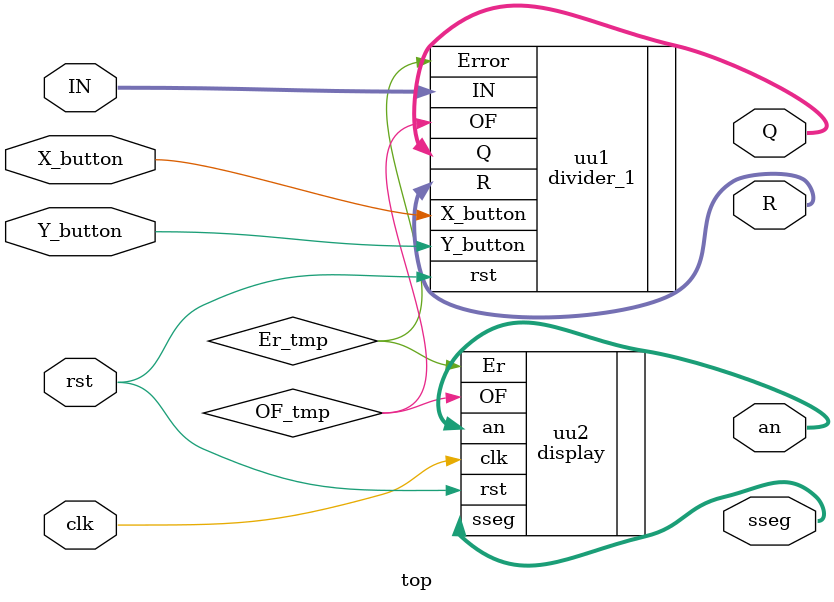
<source format=v>
`timescale 1ns / 1ps

module top(
    input wire clk,
    input wire[16:1] IN,
    input wire X_button,Y_button,
    input wire rst,
    
    output [8:1]Q,R,
    output [7:0]an,
    output [6:0]sseg
    );
    
    wire OF_tmp;
    wire Er_tmp;
    
    divider_1 uu1(
        .IN(IN),
        .X_button(X_button),
        .Y_button(Y_button),
        .rst(rst),
        
        .Q(Q),
        .R(R),
        .OF(OF_tmp),
        .Error(Er_tmp)
    );
    display uu2(
        .clk(clk),
        .OF(OF_tmp),
        .Er(Er_tmp),
        .rst(rst),
        
        .an(an),
        .sseg(sseg)
    );
endmodule

</source>
